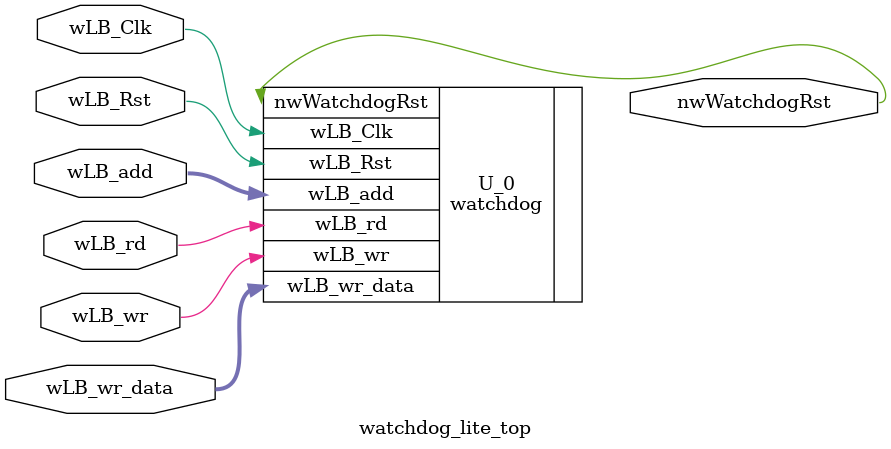
<source format=v>

`resetall
`timescale 1ns/10ps
module watchdog_lite_top( 
   // Port Declarations
   input   wire            wLB_Clk, 
   input   wire            wLB_Rst, 
   input   wire    [7:0]   wLB_add, 
   input   wire            wLB_rd, 
   input   wire            wLB_wr, 
   input   wire    [31:0]  wLB_wr_data, 
   output  wire            nwWatchdogRst
);


// Internal Declarations


// Local declarations

// Internal signal declarations


// Instances 
watchdog U_0( 
   .wLB_Clk       (wLB_Clk), 
   .wLB_Rst       (wLB_Rst), 
   .wLB_wr        (wLB_wr), 
   .wLB_rd        (wLB_rd), 
   .wLB_add       (wLB_add), 
   .wLB_wr_data   (wLB_wr_data), 
   .nwWatchdogRst (nwWatchdogRst)
); 


endmodule // watchdog_lite_top


</source>
